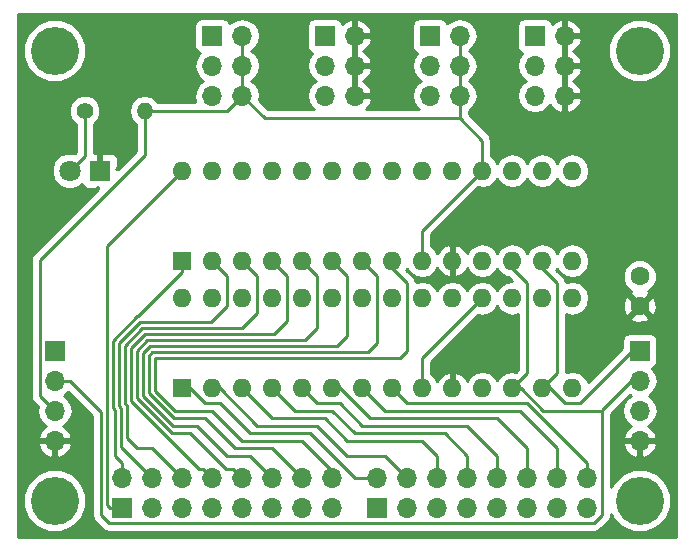
<source format=gtl>
G04 #@! TF.FileFunction,Copper,L1,Top,Signal*
%FSLAX46Y46*%
G04 Gerber Fmt 4.6, Leading zero omitted, Abs format (unit mm)*
G04 Created by KiCad (PCBNEW 4.0.6-e0-6349~53~ubuntu14.04.1) date Wed May 31 17:07:56 2017*
%MOMM*%
%LPD*%
G01*
G04 APERTURE LIST*
%ADD10C,0.100000*%
%ADD11C,1.400000*%
%ADD12O,1.400000X1.400000*%
%ADD13R,1.800000X1.800000*%
%ADD14C,1.800000*%
%ADD15C,4.064000*%
%ADD16R,1.600000X1.600000*%
%ADD17O,1.600000X1.600000*%
%ADD18C,1.600000*%
%ADD19R,1.700000X1.700000*%
%ADD20O,1.700000X1.700000*%
%ADD21C,0.254000*%
G04 APERTURE END LIST*
D10*
D11*
X180340000Y-132080000D03*
D12*
X185420000Y-132080000D03*
D13*
X181610000Y-137160000D03*
D14*
X179070000Y-137160000D03*
D15*
X177800000Y-127000000D03*
X227330000Y-127000000D03*
X227330000Y-165100000D03*
D16*
X188595000Y-155575000D03*
D17*
X221615000Y-147955000D03*
X191135000Y-155575000D03*
X219075000Y-147955000D03*
X193675000Y-155575000D03*
X216535000Y-147955000D03*
X196215000Y-155575000D03*
X213995000Y-147955000D03*
X198755000Y-155575000D03*
X211455000Y-147955000D03*
X201295000Y-155575000D03*
X208915000Y-147955000D03*
X203835000Y-155575000D03*
X206375000Y-147955000D03*
X206375000Y-155575000D03*
X203835000Y-147955000D03*
X208915000Y-155575000D03*
X201295000Y-147955000D03*
X211455000Y-155575000D03*
X198755000Y-147955000D03*
X213995000Y-155575000D03*
X196215000Y-147955000D03*
X216535000Y-155575000D03*
X193675000Y-147955000D03*
X219075000Y-155575000D03*
X191135000Y-147955000D03*
X221615000Y-155575000D03*
X188595000Y-147955000D03*
D16*
X188595000Y-144780000D03*
D17*
X221615000Y-137160000D03*
X191135000Y-144780000D03*
X219075000Y-137160000D03*
X193675000Y-144780000D03*
X216535000Y-137160000D03*
X196215000Y-144780000D03*
X213995000Y-137160000D03*
X198755000Y-144780000D03*
X211455000Y-137160000D03*
X201295000Y-144780000D03*
X208915000Y-137160000D03*
X203835000Y-144780000D03*
X206375000Y-137160000D03*
X206375000Y-144780000D03*
X203835000Y-137160000D03*
X208915000Y-144780000D03*
X201295000Y-137160000D03*
X211455000Y-144780000D03*
X198755000Y-137160000D03*
X213995000Y-144780000D03*
X196215000Y-137160000D03*
X216535000Y-144780000D03*
X193675000Y-137160000D03*
X219075000Y-144780000D03*
X191135000Y-137160000D03*
X221615000Y-144780000D03*
X188595000Y-137160000D03*
D18*
X227330000Y-148590000D03*
X227330000Y-146090000D03*
D15*
X177800000Y-165100000D03*
D19*
X218440000Y-125730000D03*
D20*
X220980000Y-125730000D03*
X218440000Y-128270000D03*
X220980000Y-128270000D03*
X218440000Y-130810000D03*
X220980000Y-130810000D03*
D19*
X209550000Y-125730000D03*
D20*
X212090000Y-125730000D03*
X209550000Y-128270000D03*
X212090000Y-128270000D03*
X209550000Y-130810000D03*
X212090000Y-130810000D03*
D19*
X205105000Y-165735000D03*
D20*
X205105000Y-163195000D03*
X207645000Y-165735000D03*
X207645000Y-163195000D03*
X210185000Y-165735000D03*
X210185000Y-163195000D03*
X212725000Y-165735000D03*
X212725000Y-163195000D03*
X215265000Y-165735000D03*
X215265000Y-163195000D03*
X217805000Y-165735000D03*
X217805000Y-163195000D03*
X220345000Y-165735000D03*
X220345000Y-163195000D03*
X222885000Y-165735000D03*
X222885000Y-163195000D03*
D19*
X200660000Y-125730000D03*
D20*
X203200000Y-125730000D03*
X200660000Y-128270000D03*
X203200000Y-128270000D03*
X200660000Y-130810000D03*
X203200000Y-130810000D03*
D19*
X191135000Y-125730000D03*
D20*
X193675000Y-125730000D03*
X191135000Y-128270000D03*
X193675000Y-128270000D03*
X191135000Y-130810000D03*
X193675000Y-130810000D03*
D19*
X183515000Y-165735000D03*
D20*
X183515000Y-163195000D03*
X186055000Y-165735000D03*
X186055000Y-163195000D03*
X188595000Y-165735000D03*
X188595000Y-163195000D03*
X191135000Y-165735000D03*
X191135000Y-163195000D03*
X193675000Y-165735000D03*
X193675000Y-163195000D03*
X196215000Y-165735000D03*
X196215000Y-163195000D03*
X198755000Y-165735000D03*
X198755000Y-163195000D03*
X201295000Y-165735000D03*
X201295000Y-163195000D03*
D19*
X227330000Y-152400000D03*
D20*
X227330000Y-154940000D03*
X227330000Y-157480000D03*
X227330000Y-160020000D03*
D19*
X177800000Y-152400000D03*
D20*
X177800000Y-154940000D03*
X177800000Y-157480000D03*
X177800000Y-160020000D03*
D21*
X176530000Y-147201558D02*
X176530000Y-148590000D01*
X176530000Y-148590000D02*
X176530000Y-156210000D01*
X185420000Y-132080000D02*
X185420000Y-135835802D01*
X185420000Y-135835802D02*
X176530000Y-144725802D01*
X176530000Y-144725802D02*
X176530000Y-148590000D01*
X193675000Y-130810000D02*
X192405000Y-132080000D01*
X192405000Y-132080000D02*
X185420000Y-132080000D01*
X176950001Y-156630001D02*
X177800000Y-157480000D01*
X176530000Y-156210000D02*
X176950001Y-156630001D01*
X193675000Y-130810000D02*
X193183678Y-130810000D01*
X185420000Y-132080000D02*
X185423360Y-132080000D01*
X212090000Y-130810000D02*
X212090000Y-132715000D01*
X212090000Y-125730000D02*
X212090000Y-128270000D01*
X193675000Y-125730000D02*
X193675000Y-128270000D01*
X212090000Y-132715000D02*
X195580000Y-132715000D01*
X195580000Y-132715000D02*
X193675000Y-130810000D01*
X212090000Y-125730000D02*
X212090000Y-132715000D01*
X212090000Y-132715000D02*
X213995000Y-134620000D01*
X193675000Y-125730000D02*
X193675000Y-126932081D01*
X193675000Y-126932081D02*
X193675000Y-130810000D01*
X208915000Y-144780000D02*
X208915000Y-142240000D01*
X208915000Y-142240000D02*
X213995000Y-137160000D01*
X213995000Y-137160000D02*
X213995000Y-134620000D01*
X208915000Y-155575000D02*
X208915000Y-153035000D01*
X208915000Y-153035000D02*
X213995000Y-147955000D01*
X191135000Y-155575000D02*
X191770000Y-155575000D01*
X205740000Y-161290000D02*
X207645000Y-163195000D01*
X202565000Y-161290000D02*
X205740000Y-161290000D01*
X200025000Y-158750000D02*
X202565000Y-161290000D01*
X194945000Y-158750000D02*
X200025000Y-158750000D01*
X191770000Y-155575000D02*
X194945000Y-158750000D01*
X210185000Y-163195000D02*
X210185000Y-161290000D01*
X196215000Y-158115000D02*
X193675000Y-155575000D01*
X200660000Y-158115000D02*
X196215000Y-158115000D01*
X202565000Y-160020000D02*
X200660000Y-158115000D01*
X208915000Y-160020000D02*
X202565000Y-160020000D01*
X210185000Y-161290000D02*
X208915000Y-160020000D01*
X196215000Y-155575000D02*
X198120000Y-157480000D01*
X212725000Y-161290000D02*
X212725000Y-163195000D01*
X210820000Y-159385000D02*
X212725000Y-161290000D01*
X203200000Y-159385000D02*
X210820000Y-159385000D01*
X201295000Y-157480000D02*
X203200000Y-159385000D01*
X198120000Y-157480000D02*
X201295000Y-157480000D01*
X203835000Y-158750000D02*
X212725000Y-158750000D01*
X198755000Y-155575000D02*
X200025000Y-156845000D01*
X215265000Y-161290000D02*
X215265000Y-163195000D01*
X212725000Y-158750000D02*
X215265000Y-161290000D01*
X201930000Y-156845000D02*
X203835000Y-158750000D01*
X200025000Y-156845000D02*
X201930000Y-156845000D01*
X217805000Y-160655000D02*
X217805000Y-163195000D01*
X201295000Y-155575000D02*
X201930000Y-155575000D01*
X215265000Y-158115000D02*
X217805000Y-160655000D01*
X204470000Y-158115000D02*
X215265000Y-158115000D01*
X201930000Y-155575000D02*
X204470000Y-158115000D01*
X203835000Y-155575000D02*
X205740000Y-157480000D01*
X220345000Y-160655000D02*
X220345000Y-163195000D01*
X217170000Y-157480000D02*
X220345000Y-160655000D01*
X205740000Y-157480000D02*
X217170000Y-157480000D01*
X222885000Y-163195000D02*
X222885000Y-161925000D01*
X207645000Y-156845000D02*
X206375000Y-155575000D01*
X217805000Y-156845000D02*
X207645000Y-156845000D01*
X222885000Y-161925000D02*
X217805000Y-156845000D01*
X179070000Y-154940000D02*
X178308010Y-154940000D01*
X227330000Y-154940000D02*
X226619280Y-154940000D01*
X224155000Y-157404280D02*
X224155000Y-157480000D01*
X226619280Y-154940000D02*
X224155000Y-157404280D01*
X179070000Y-154940000D02*
X181711949Y-157581949D01*
X182360199Y-166966001D02*
X223475881Y-166966001D01*
X181711949Y-157581949D02*
X181711949Y-166317751D01*
X181711949Y-166317751D02*
X182360199Y-166966001D01*
X223475881Y-166966001D02*
X224155000Y-166286882D01*
X224155000Y-166286882D02*
X224155000Y-157480000D01*
X216535000Y-155575000D02*
X217253424Y-155575000D01*
X219158424Y-157480000D02*
X224155000Y-157480000D01*
X217253424Y-155575000D02*
X219158424Y-157480000D01*
X216535000Y-144780000D02*
X216535000Y-145415000D01*
X217805000Y-154305000D02*
X216535000Y-155575000D01*
X217805000Y-146685000D02*
X217805000Y-154305000D01*
X216535000Y-145415000D02*
X217805000Y-146685000D01*
X227330000Y-152400000D02*
X226695000Y-152400000D01*
X219710000Y-155575000D02*
X219075000Y-155575000D01*
X226695000Y-152400000D02*
X222250000Y-156845000D01*
X222250000Y-156845000D02*
X220980000Y-156845000D01*
X220980000Y-156845000D02*
X219710000Y-155575000D01*
X219075000Y-144780000D02*
X219075000Y-145415000D01*
X220345000Y-154305000D02*
X219075000Y-155575000D01*
X220345000Y-146685000D02*
X220345000Y-154305000D01*
X219075000Y-145415000D02*
X220345000Y-146685000D01*
X188595000Y-155575000D02*
X189230000Y-155575000D01*
X203200000Y-163195000D02*
X205105000Y-163195000D01*
X199390000Y-159385000D02*
X203200000Y-163195000D01*
X194310000Y-159385000D02*
X199390000Y-159385000D01*
X191770000Y-156845000D02*
X194310000Y-159385000D01*
X190500000Y-156845000D02*
X191770000Y-156845000D01*
X189230000Y-155575000D02*
X190500000Y-156845000D01*
X183425647Y-160565647D02*
X183425647Y-157256256D01*
X185021492Y-149970902D02*
X191024098Y-149970902D01*
X192405000Y-148590000D02*
X192405000Y-146050000D01*
X183235981Y-151756413D02*
X185021492Y-149970902D01*
X183235980Y-156847480D02*
X183235981Y-151756413D01*
X191024098Y-149970902D02*
X192405000Y-148590000D01*
X191833499Y-145478499D02*
X191135000Y-144780000D01*
X192405000Y-146050000D02*
X191833499Y-145478499D01*
X186055000Y-163195000D02*
X183425647Y-160565647D01*
X183425647Y-157256256D02*
X183235979Y-157066587D01*
X183235979Y-157066587D02*
X183235980Y-156847480D01*
X194945000Y-149225000D02*
X194945000Y-146050000D01*
X194373499Y-145478499D02*
X193675000Y-144780000D01*
X185231917Y-150478913D02*
X193691087Y-150478913D01*
X186055000Y-160655000D02*
X184785000Y-160655000D01*
X183743991Y-151966839D02*
X185231917Y-150478913D01*
X183743990Y-156856164D02*
X183743991Y-151966839D01*
X183933657Y-157045833D02*
X183743990Y-156856164D01*
X184785000Y-160655000D02*
X183933657Y-159803657D01*
X183933657Y-159803657D02*
X183933657Y-157045833D01*
X188595000Y-163195000D02*
X186055000Y-160655000D01*
X194945000Y-146050000D02*
X194373499Y-145478499D01*
X193691087Y-150478913D02*
X194945000Y-149225000D01*
X197485000Y-146050000D02*
X196913499Y-145478499D01*
X191135000Y-163195000D02*
X190373001Y-162433001D01*
X196358076Y-150986924D02*
X197485000Y-149860000D01*
X184252001Y-152177265D02*
X185442342Y-150986924D01*
X197485000Y-149860000D02*
X197485000Y-146050000D01*
X185442342Y-150986924D02*
X196358076Y-150986924D01*
X190373001Y-162433001D02*
X190039261Y-162433001D01*
X196913499Y-145478499D02*
X196215000Y-144780000D01*
X184252000Y-156645740D02*
X184252001Y-152177265D01*
X190039261Y-162433001D02*
X184252000Y-156645740D01*
X187709694Y-159385000D02*
X184760010Y-156435316D01*
X199025065Y-151494935D02*
X200025000Y-150495000D01*
X189230000Y-159385000D02*
X187709694Y-159385000D01*
X200025000Y-146050000D02*
X199453499Y-145478499D01*
X185652767Y-151494935D02*
X199025065Y-151494935D01*
X192278001Y-162433001D02*
X189230000Y-159385000D01*
X193675000Y-163195000D02*
X192913001Y-162433001D01*
X192913001Y-162433001D02*
X192278001Y-162433001D01*
X184760011Y-152387691D02*
X185652767Y-151494935D01*
X199453499Y-145478499D02*
X198755000Y-144780000D01*
X184760010Y-156435316D02*
X184760011Y-152387691D01*
X200025000Y-150495000D02*
X200025000Y-146050000D01*
X185863192Y-152002946D02*
X201692054Y-152002946D01*
X201993499Y-145478499D02*
X201295000Y-144780000D01*
X202565000Y-151130000D02*
X202565000Y-146050000D01*
X192405000Y-161290000D02*
X189865000Y-158750000D01*
X202565000Y-146050000D02*
X201993499Y-145478499D01*
X185268020Y-156224892D02*
X185268021Y-152598117D01*
X201692054Y-152002946D02*
X202565000Y-151130000D01*
X194310000Y-161290000D02*
X192405000Y-161290000D01*
X187793128Y-158750000D02*
X185268020Y-156224892D01*
X196215000Y-163195000D02*
X194310000Y-161290000D01*
X189865000Y-158750000D02*
X187793128Y-158750000D01*
X185268021Y-152598117D02*
X185863192Y-152002946D01*
X185776031Y-156014467D02*
X185776031Y-152808543D01*
X185776031Y-152808543D02*
X186073617Y-152510957D01*
X186073617Y-152510957D02*
X204359043Y-152510957D01*
X187876564Y-158115000D02*
X185776031Y-156014467D01*
X190500000Y-158115000D02*
X187876564Y-158115000D01*
X198755000Y-163195000D02*
X196215000Y-160655000D01*
X193040000Y-160655000D02*
X190500000Y-158115000D01*
X196215000Y-160655000D02*
X193040000Y-160655000D01*
X205105000Y-146050000D02*
X204533499Y-145478499D01*
X205105000Y-151765000D02*
X205105000Y-146050000D01*
X204533499Y-145478499D02*
X203835000Y-144780000D01*
X204359043Y-152510957D02*
X205105000Y-151765000D01*
X201295000Y-163195000D02*
X201295000Y-162560000D01*
X201295000Y-162560000D02*
X198755000Y-160020000D01*
X207645000Y-152400000D02*
X207645000Y-146685000D01*
X198755000Y-160020000D02*
X193675000Y-160020000D01*
X207645000Y-146685000D02*
X206375000Y-145415000D01*
X187960000Y-157480000D02*
X186284042Y-155804042D01*
X186284042Y-153018968D02*
X207026032Y-153018968D01*
X207026032Y-153018968D02*
X207645000Y-152400000D01*
X193675000Y-160020000D02*
X191135000Y-157480000D01*
X191135000Y-157480000D02*
X187960000Y-157480000D01*
X186284042Y-155804042D02*
X186284042Y-153018968D01*
X206375000Y-145415000D02*
X206375000Y-144780000D01*
X182727970Y-156637054D02*
X182727971Y-151545987D01*
X188595000Y-145732500D02*
X188595000Y-144780000D01*
X184811067Y-149462891D02*
X184864609Y-149462891D01*
X184864609Y-149462891D02*
X188595000Y-145732500D01*
X182880000Y-157429044D02*
X182727969Y-157277009D01*
X182880000Y-161290000D02*
X182880000Y-157429044D01*
X183515000Y-161925000D02*
X182880000Y-161290000D01*
X183515000Y-163195000D02*
X183515000Y-161925000D01*
X182727969Y-157277009D02*
X182727970Y-156637054D01*
X182727971Y-151545987D02*
X184811067Y-149462891D01*
X188595000Y-137160000D02*
X188589285Y-137160000D01*
X182219959Y-165455959D02*
X182499000Y-165735000D01*
X188589285Y-137160000D02*
X182219959Y-143529326D01*
X182219959Y-143529326D02*
X182219959Y-165455959D01*
X182499000Y-165735000D02*
X183515000Y-165735000D01*
X180340000Y-132080000D02*
X180340000Y-135890000D01*
X180340000Y-135890000D02*
X179070000Y-137160000D01*
G36*
X230430000Y-168200000D02*
X174700000Y-168200000D01*
X174700000Y-165628172D01*
X175132538Y-165628172D01*
X175537709Y-166608761D01*
X176287293Y-167359655D01*
X177267173Y-167766536D01*
X178328172Y-167767462D01*
X179308761Y-167362291D01*
X180059655Y-166612707D01*
X180466536Y-165632827D01*
X180467462Y-164571828D01*
X180062291Y-163591239D01*
X179312707Y-162840345D01*
X178332827Y-162433464D01*
X177271828Y-162432538D01*
X176291239Y-162837709D01*
X175540345Y-163587293D01*
X175133464Y-164567173D01*
X175132538Y-165628172D01*
X174700000Y-165628172D01*
X174700000Y-160376890D01*
X176358524Y-160376890D01*
X176528355Y-160786924D01*
X176918642Y-161215183D01*
X177443108Y-161461486D01*
X177673000Y-161340819D01*
X177673000Y-160147000D01*
X177927000Y-160147000D01*
X177927000Y-161340819D01*
X178156892Y-161461486D01*
X178681358Y-161215183D01*
X179071645Y-160786924D01*
X179241476Y-160376890D01*
X179120155Y-160147000D01*
X177927000Y-160147000D01*
X177673000Y-160147000D01*
X176479845Y-160147000D01*
X176358524Y-160376890D01*
X174700000Y-160376890D01*
X174700000Y-144725802D01*
X175768000Y-144725802D01*
X175768000Y-156210000D01*
X175826004Y-156501605D01*
X175970222Y-156717442D01*
X175991185Y-156748815D01*
X176358321Y-157115951D01*
X176285907Y-157480000D01*
X176398946Y-158048285D01*
X176720853Y-158530054D01*
X177061553Y-158757702D01*
X176918642Y-158824817D01*
X176528355Y-159253076D01*
X176358524Y-159663110D01*
X176479845Y-159893000D01*
X177673000Y-159893000D01*
X177673000Y-159873000D01*
X177927000Y-159873000D01*
X177927000Y-159893000D01*
X179120155Y-159893000D01*
X179241476Y-159663110D01*
X179071645Y-159253076D01*
X178681358Y-158824817D01*
X178538447Y-158757702D01*
X178879147Y-158530054D01*
X179201054Y-158048285D01*
X179314093Y-157480000D01*
X179201054Y-156911715D01*
X178879147Y-156429946D01*
X178549974Y-156210000D01*
X178879147Y-155990054D01*
X178944547Y-155892177D01*
X180949949Y-157897579D01*
X180949949Y-166317751D01*
X181007953Y-166609356D01*
X181148913Y-166820317D01*
X181173134Y-166856566D01*
X181821384Y-167504816D01*
X182068594Y-167669997D01*
X182360199Y-167728001D01*
X223475881Y-167728001D01*
X223767486Y-167669997D01*
X224014696Y-167504816D01*
X224693815Y-166825698D01*
X224858996Y-166578487D01*
X224886742Y-166438997D01*
X224917000Y-166286882D01*
X224917000Y-166244017D01*
X225067709Y-166608761D01*
X225817293Y-167359655D01*
X226797173Y-167766536D01*
X227858172Y-167767462D01*
X228838761Y-167362291D01*
X229589655Y-166612707D01*
X229996536Y-165632827D01*
X229997462Y-164571828D01*
X229592291Y-163591239D01*
X228842707Y-162840345D01*
X227862827Y-162433464D01*
X226801828Y-162432538D01*
X225821239Y-162837709D01*
X225070345Y-163587293D01*
X224917000Y-163956589D01*
X224917000Y-160376890D01*
X225888524Y-160376890D01*
X226058355Y-160786924D01*
X226448642Y-161215183D01*
X226973108Y-161461486D01*
X227203000Y-161340819D01*
X227203000Y-160147000D01*
X227457000Y-160147000D01*
X227457000Y-161340819D01*
X227686892Y-161461486D01*
X228211358Y-161215183D01*
X228601645Y-160786924D01*
X228771476Y-160376890D01*
X228650155Y-160147000D01*
X227457000Y-160147000D01*
X227203000Y-160147000D01*
X226009845Y-160147000D01*
X225888524Y-160376890D01*
X224917000Y-160376890D01*
X224917000Y-157719910D01*
X226488240Y-156148671D01*
X226580026Y-156210000D01*
X226250853Y-156429946D01*
X225928946Y-156911715D01*
X225815907Y-157480000D01*
X225928946Y-158048285D01*
X226250853Y-158530054D01*
X226591553Y-158757702D01*
X226448642Y-158824817D01*
X226058355Y-159253076D01*
X225888524Y-159663110D01*
X226009845Y-159893000D01*
X227203000Y-159893000D01*
X227203000Y-159873000D01*
X227457000Y-159873000D01*
X227457000Y-159893000D01*
X228650155Y-159893000D01*
X228771476Y-159663110D01*
X228601645Y-159253076D01*
X228211358Y-158824817D01*
X228068447Y-158757702D01*
X228409147Y-158530054D01*
X228731054Y-158048285D01*
X228844093Y-157480000D01*
X228731054Y-156911715D01*
X228409147Y-156429946D01*
X228079974Y-156210000D01*
X228409147Y-155990054D01*
X228731054Y-155508285D01*
X228844093Y-154940000D01*
X228731054Y-154371715D01*
X228409147Y-153889946D01*
X228367548Y-153862150D01*
X228415317Y-153853162D01*
X228631441Y-153714090D01*
X228776431Y-153501890D01*
X228827440Y-153250000D01*
X228827440Y-151550000D01*
X228783162Y-151314683D01*
X228644090Y-151098559D01*
X228431890Y-150953569D01*
X228180000Y-150902560D01*
X226480000Y-150902560D01*
X226244683Y-150946838D01*
X226028559Y-151085910D01*
X225883569Y-151298110D01*
X225832560Y-151550000D01*
X225832560Y-152184809D01*
X222953852Y-155063518D01*
X222940767Y-154997736D01*
X222629698Y-154532189D01*
X222164151Y-154221120D01*
X221615000Y-154111887D01*
X221107000Y-154212935D01*
X221107000Y-149597745D01*
X226501861Y-149597745D01*
X226575995Y-149843864D01*
X227113223Y-150036965D01*
X227683454Y-150009778D01*
X228084005Y-149843864D01*
X228158139Y-149597745D01*
X227330000Y-148769605D01*
X226501861Y-149597745D01*
X221107000Y-149597745D01*
X221107000Y-149317065D01*
X221615000Y-149418113D01*
X222164151Y-149308880D01*
X222629698Y-148997811D01*
X222940767Y-148532264D01*
X222972402Y-148373223D01*
X225883035Y-148373223D01*
X225910222Y-148943454D01*
X226076136Y-149344005D01*
X226322255Y-149418139D01*
X227150395Y-148590000D01*
X227509605Y-148590000D01*
X228337745Y-149418139D01*
X228583864Y-149344005D01*
X228776965Y-148806777D01*
X228749778Y-148236546D01*
X228583864Y-147835995D01*
X228337745Y-147761861D01*
X227509605Y-148590000D01*
X227150395Y-148590000D01*
X226322255Y-147761861D01*
X226076136Y-147835995D01*
X225883035Y-148373223D01*
X222972402Y-148373223D01*
X223050000Y-147983113D01*
X223050000Y-147926887D01*
X222940767Y-147377736D01*
X222629698Y-146912189D01*
X222164151Y-146601120D01*
X221615000Y-146491887D01*
X221089384Y-146596439D01*
X221048996Y-146393395D01*
X221036162Y-146374187D01*
X225894752Y-146374187D01*
X226112757Y-146901800D01*
X226516077Y-147305824D01*
X226582544Y-147333423D01*
X226575995Y-147336136D01*
X226501861Y-147582255D01*
X227330000Y-148410395D01*
X228158139Y-147582255D01*
X228084005Y-147336136D01*
X228077517Y-147333804D01*
X228141800Y-147307243D01*
X228545824Y-146903923D01*
X228764750Y-146376691D01*
X228765248Y-145805813D01*
X228547243Y-145278200D01*
X228143923Y-144874176D01*
X227616691Y-144655250D01*
X227045813Y-144654752D01*
X226518200Y-144872757D01*
X226114176Y-145276077D01*
X225895250Y-145803309D01*
X225894752Y-146374187D01*
X221036162Y-146374187D01*
X221014390Y-146341604D01*
X220883815Y-146146184D01*
X220278252Y-145540621D01*
X220345000Y-145440725D01*
X220600302Y-145822811D01*
X221065849Y-146133880D01*
X221615000Y-146243113D01*
X222164151Y-146133880D01*
X222629698Y-145822811D01*
X222940767Y-145357264D01*
X223050000Y-144808113D01*
X223050000Y-144751887D01*
X222940767Y-144202736D01*
X222629698Y-143737189D01*
X222164151Y-143426120D01*
X221615000Y-143316887D01*
X221065849Y-143426120D01*
X220600302Y-143737189D01*
X220345000Y-144119275D01*
X220089698Y-143737189D01*
X219624151Y-143426120D01*
X219075000Y-143316887D01*
X218525849Y-143426120D01*
X218060302Y-143737189D01*
X217805000Y-144119275D01*
X217549698Y-143737189D01*
X217084151Y-143426120D01*
X216535000Y-143316887D01*
X215985849Y-143426120D01*
X215520302Y-143737189D01*
X215265000Y-144119275D01*
X215009698Y-143737189D01*
X214544151Y-143426120D01*
X213995000Y-143316887D01*
X213445849Y-143426120D01*
X212980302Y-143737189D01*
X212710014Y-144141703D01*
X212607389Y-143924866D01*
X212192423Y-143548959D01*
X211804039Y-143388096D01*
X211582000Y-143510085D01*
X211582000Y-144653000D01*
X211602000Y-144653000D01*
X211602000Y-144907000D01*
X211582000Y-144907000D01*
X211582000Y-146049915D01*
X211804039Y-146171904D01*
X212192423Y-146011041D01*
X212607389Y-145635134D01*
X212710014Y-145418297D01*
X212980302Y-145822811D01*
X213445849Y-146133880D01*
X213995000Y-146243113D01*
X214544151Y-146133880D01*
X215009698Y-145822811D01*
X215265000Y-145440725D01*
X215520302Y-145822811D01*
X215985849Y-146133880D01*
X216223527Y-146181157D01*
X216534380Y-146492010D01*
X215985849Y-146601120D01*
X215520302Y-146912189D01*
X215265000Y-147294275D01*
X215009698Y-146912189D01*
X214544151Y-146601120D01*
X213995000Y-146491887D01*
X213445849Y-146601120D01*
X212980302Y-146912189D01*
X212725000Y-147294275D01*
X212469698Y-146912189D01*
X212004151Y-146601120D01*
X211455000Y-146491887D01*
X210905849Y-146601120D01*
X210440302Y-146912189D01*
X210185000Y-147294275D01*
X209929698Y-146912189D01*
X209464151Y-146601120D01*
X208915000Y-146491887D01*
X208389384Y-146596439D01*
X208348996Y-146393395D01*
X208314390Y-146341604D01*
X208183815Y-146146184D01*
X207578252Y-145540621D01*
X207645000Y-145440725D01*
X207900302Y-145822811D01*
X208365849Y-146133880D01*
X208915000Y-146243113D01*
X209464151Y-146133880D01*
X209929698Y-145822811D01*
X210199986Y-145418297D01*
X210302611Y-145635134D01*
X210717577Y-146011041D01*
X211105961Y-146171904D01*
X211328000Y-146049915D01*
X211328000Y-144907000D01*
X211308000Y-144907000D01*
X211308000Y-144653000D01*
X211328000Y-144653000D01*
X211328000Y-143510085D01*
X211105961Y-143388096D01*
X210717577Y-143548959D01*
X210302611Y-143924866D01*
X210199986Y-144141703D01*
X209929698Y-143737189D01*
X209677000Y-143568341D01*
X209677000Y-142555630D01*
X213673473Y-138559157D01*
X213995000Y-138623113D01*
X214544151Y-138513880D01*
X215009698Y-138202811D01*
X215265000Y-137820725D01*
X215520302Y-138202811D01*
X215985849Y-138513880D01*
X216535000Y-138623113D01*
X217084151Y-138513880D01*
X217549698Y-138202811D01*
X217805000Y-137820725D01*
X218060302Y-138202811D01*
X218525849Y-138513880D01*
X219075000Y-138623113D01*
X219624151Y-138513880D01*
X220089698Y-138202811D01*
X220345000Y-137820725D01*
X220600302Y-138202811D01*
X221065849Y-138513880D01*
X221615000Y-138623113D01*
X222164151Y-138513880D01*
X222629698Y-138202811D01*
X222940767Y-137737264D01*
X223050000Y-137188113D01*
X223050000Y-137131887D01*
X222940767Y-136582736D01*
X222629698Y-136117189D01*
X222164151Y-135806120D01*
X221615000Y-135696887D01*
X221065849Y-135806120D01*
X220600302Y-136117189D01*
X220345000Y-136499275D01*
X220089698Y-136117189D01*
X219624151Y-135806120D01*
X219075000Y-135696887D01*
X218525849Y-135806120D01*
X218060302Y-136117189D01*
X217805000Y-136499275D01*
X217549698Y-136117189D01*
X217084151Y-135806120D01*
X216535000Y-135696887D01*
X215985849Y-135806120D01*
X215520302Y-136117189D01*
X215265000Y-136499275D01*
X215009698Y-136117189D01*
X214757000Y-135948341D01*
X214757000Y-134620000D01*
X214698996Y-134328395D01*
X214533815Y-134081185D01*
X212852000Y-132399370D01*
X212852000Y-132071964D01*
X213169147Y-131860054D01*
X213491054Y-131378285D01*
X213604093Y-130810000D01*
X213491054Y-130241715D01*
X213169147Y-129759946D01*
X212852000Y-129548036D01*
X212852000Y-129531964D01*
X213169147Y-129320054D01*
X213491054Y-128838285D01*
X213604093Y-128270000D01*
X216925907Y-128270000D01*
X217038946Y-128838285D01*
X217360853Y-129320054D01*
X217690026Y-129540000D01*
X217360853Y-129759946D01*
X217038946Y-130241715D01*
X216925907Y-130810000D01*
X217038946Y-131378285D01*
X217360853Y-131860054D01*
X217842622Y-132181961D01*
X218410907Y-132295000D01*
X218469093Y-132295000D01*
X219037378Y-132181961D01*
X219519147Y-131860054D01*
X219708345Y-131576899D01*
X219708355Y-131576924D01*
X220098642Y-132005183D01*
X220623108Y-132251486D01*
X220853000Y-132130819D01*
X220853000Y-130937000D01*
X221107000Y-130937000D01*
X221107000Y-132130819D01*
X221336892Y-132251486D01*
X221861358Y-132005183D01*
X222251645Y-131576924D01*
X222421476Y-131166890D01*
X222300155Y-130937000D01*
X221107000Y-130937000D01*
X220853000Y-130937000D01*
X220833000Y-130937000D01*
X220833000Y-130683000D01*
X220853000Y-130683000D01*
X220853000Y-128397000D01*
X221107000Y-128397000D01*
X221107000Y-130683000D01*
X222300155Y-130683000D01*
X222421476Y-130453110D01*
X222251645Y-130043076D01*
X221861358Y-129614817D01*
X221702046Y-129540000D01*
X221861358Y-129465183D01*
X222251645Y-129036924D01*
X222421476Y-128626890D01*
X222300155Y-128397000D01*
X221107000Y-128397000D01*
X220853000Y-128397000D01*
X220833000Y-128397000D01*
X220833000Y-128143000D01*
X220853000Y-128143000D01*
X220853000Y-125857000D01*
X221107000Y-125857000D01*
X221107000Y-128143000D01*
X222300155Y-128143000D01*
X222421476Y-127913110D01*
X222262040Y-127528172D01*
X224662538Y-127528172D01*
X225067709Y-128508761D01*
X225817293Y-129259655D01*
X226797173Y-129666536D01*
X227858172Y-129667462D01*
X228838761Y-129262291D01*
X229589655Y-128512707D01*
X229996536Y-127532827D01*
X229997462Y-126471828D01*
X229592291Y-125491239D01*
X228842707Y-124740345D01*
X227862827Y-124333464D01*
X226801828Y-124332538D01*
X225821239Y-124737709D01*
X225070345Y-125487293D01*
X224663464Y-126467173D01*
X224662538Y-127528172D01*
X222262040Y-127528172D01*
X222251645Y-127503076D01*
X221861358Y-127074817D01*
X221702046Y-127000000D01*
X221861358Y-126925183D01*
X222251645Y-126496924D01*
X222421476Y-126086890D01*
X222300155Y-125857000D01*
X221107000Y-125857000D01*
X220853000Y-125857000D01*
X220833000Y-125857000D01*
X220833000Y-125603000D01*
X220853000Y-125603000D01*
X220853000Y-124409181D01*
X221107000Y-124409181D01*
X221107000Y-125603000D01*
X222300155Y-125603000D01*
X222421476Y-125373110D01*
X222251645Y-124963076D01*
X221861358Y-124534817D01*
X221336892Y-124288514D01*
X221107000Y-124409181D01*
X220853000Y-124409181D01*
X220623108Y-124288514D01*
X220098642Y-124534817D01*
X219911192Y-124740504D01*
X219893162Y-124644683D01*
X219754090Y-124428559D01*
X219541890Y-124283569D01*
X219290000Y-124232560D01*
X217590000Y-124232560D01*
X217354683Y-124276838D01*
X217138559Y-124415910D01*
X216993569Y-124628110D01*
X216942560Y-124880000D01*
X216942560Y-126580000D01*
X216986838Y-126815317D01*
X217125910Y-127031441D01*
X217338110Y-127176431D01*
X217405541Y-127190086D01*
X217360853Y-127219946D01*
X217038946Y-127701715D01*
X216925907Y-128270000D01*
X213604093Y-128270000D01*
X213491054Y-127701715D01*
X213169147Y-127219946D01*
X212852000Y-127008036D01*
X212852000Y-126991964D01*
X213169147Y-126780054D01*
X213491054Y-126298285D01*
X213604093Y-125730000D01*
X213491054Y-125161715D01*
X213169147Y-124679946D01*
X212687378Y-124358039D01*
X212119093Y-124245000D01*
X212060907Y-124245000D01*
X211492622Y-124358039D01*
X211010853Y-124679946D01*
X211010029Y-124681179D01*
X211003162Y-124644683D01*
X210864090Y-124428559D01*
X210651890Y-124283569D01*
X210400000Y-124232560D01*
X208700000Y-124232560D01*
X208464683Y-124276838D01*
X208248559Y-124415910D01*
X208103569Y-124628110D01*
X208052560Y-124880000D01*
X208052560Y-126580000D01*
X208096838Y-126815317D01*
X208235910Y-127031441D01*
X208448110Y-127176431D01*
X208515541Y-127190086D01*
X208470853Y-127219946D01*
X208148946Y-127701715D01*
X208035907Y-128270000D01*
X208148946Y-128838285D01*
X208470853Y-129320054D01*
X208800026Y-129540000D01*
X208470853Y-129759946D01*
X208148946Y-130241715D01*
X208035907Y-130810000D01*
X208148946Y-131378285D01*
X208470853Y-131860054D01*
X208609957Y-131953000D01*
X204128914Y-131953000D01*
X204471645Y-131576924D01*
X204641476Y-131166890D01*
X204520155Y-130937000D01*
X203327000Y-130937000D01*
X203327000Y-130957000D01*
X203073000Y-130957000D01*
X203073000Y-130937000D01*
X203053000Y-130937000D01*
X203053000Y-130683000D01*
X203073000Y-130683000D01*
X203073000Y-128397000D01*
X203327000Y-128397000D01*
X203327000Y-130683000D01*
X204520155Y-130683000D01*
X204641476Y-130453110D01*
X204471645Y-130043076D01*
X204081358Y-129614817D01*
X203922046Y-129540000D01*
X204081358Y-129465183D01*
X204471645Y-129036924D01*
X204641476Y-128626890D01*
X204520155Y-128397000D01*
X203327000Y-128397000D01*
X203073000Y-128397000D01*
X203053000Y-128397000D01*
X203053000Y-128143000D01*
X203073000Y-128143000D01*
X203073000Y-125857000D01*
X203327000Y-125857000D01*
X203327000Y-128143000D01*
X204520155Y-128143000D01*
X204641476Y-127913110D01*
X204471645Y-127503076D01*
X204081358Y-127074817D01*
X203922046Y-127000000D01*
X204081358Y-126925183D01*
X204471645Y-126496924D01*
X204641476Y-126086890D01*
X204520155Y-125857000D01*
X203327000Y-125857000D01*
X203073000Y-125857000D01*
X203053000Y-125857000D01*
X203053000Y-125603000D01*
X203073000Y-125603000D01*
X203073000Y-124409181D01*
X203327000Y-124409181D01*
X203327000Y-125603000D01*
X204520155Y-125603000D01*
X204641476Y-125373110D01*
X204471645Y-124963076D01*
X204081358Y-124534817D01*
X203556892Y-124288514D01*
X203327000Y-124409181D01*
X203073000Y-124409181D01*
X202843108Y-124288514D01*
X202318642Y-124534817D01*
X202131192Y-124740504D01*
X202113162Y-124644683D01*
X201974090Y-124428559D01*
X201761890Y-124283569D01*
X201510000Y-124232560D01*
X199810000Y-124232560D01*
X199574683Y-124276838D01*
X199358559Y-124415910D01*
X199213569Y-124628110D01*
X199162560Y-124880000D01*
X199162560Y-126580000D01*
X199206838Y-126815317D01*
X199345910Y-127031441D01*
X199558110Y-127176431D01*
X199625541Y-127190086D01*
X199580853Y-127219946D01*
X199258946Y-127701715D01*
X199145907Y-128270000D01*
X199258946Y-128838285D01*
X199580853Y-129320054D01*
X199910026Y-129540000D01*
X199580853Y-129759946D01*
X199258946Y-130241715D01*
X199145907Y-130810000D01*
X199258946Y-131378285D01*
X199580853Y-131860054D01*
X199719957Y-131953000D01*
X195895630Y-131953000D01*
X195116679Y-131174049D01*
X195189093Y-130810000D01*
X195076054Y-130241715D01*
X194754147Y-129759946D01*
X194437000Y-129548036D01*
X194437000Y-129531964D01*
X194754147Y-129320054D01*
X195076054Y-128838285D01*
X195189093Y-128270000D01*
X195076054Y-127701715D01*
X194754147Y-127219946D01*
X194437000Y-127008036D01*
X194437000Y-126991964D01*
X194754147Y-126780054D01*
X195076054Y-126298285D01*
X195189093Y-125730000D01*
X195076054Y-125161715D01*
X194754147Y-124679946D01*
X194272378Y-124358039D01*
X193704093Y-124245000D01*
X193645907Y-124245000D01*
X193077622Y-124358039D01*
X192595853Y-124679946D01*
X192595029Y-124681179D01*
X192588162Y-124644683D01*
X192449090Y-124428559D01*
X192236890Y-124283569D01*
X191985000Y-124232560D01*
X190285000Y-124232560D01*
X190049683Y-124276838D01*
X189833559Y-124415910D01*
X189688569Y-124628110D01*
X189637560Y-124880000D01*
X189637560Y-126580000D01*
X189681838Y-126815317D01*
X189820910Y-127031441D01*
X190033110Y-127176431D01*
X190100541Y-127190086D01*
X190055853Y-127219946D01*
X189733946Y-127701715D01*
X189620907Y-128270000D01*
X189733946Y-128838285D01*
X190055853Y-129320054D01*
X190385026Y-129540000D01*
X190055853Y-129759946D01*
X189733946Y-130241715D01*
X189620907Y-130810000D01*
X189721955Y-131318000D01*
X186511742Y-131318000D01*
X186390142Y-131136012D01*
X185957036Y-130846621D01*
X185446154Y-130745000D01*
X185393846Y-130745000D01*
X184882964Y-130846621D01*
X184449858Y-131136012D01*
X184160467Y-131569118D01*
X184058846Y-132080000D01*
X184160467Y-132590882D01*
X184449858Y-133023988D01*
X184658000Y-133163063D01*
X184658000Y-135520171D01*
X183145000Y-137033171D01*
X183145000Y-137032998D01*
X182986252Y-137032998D01*
X183145000Y-136874250D01*
X183145000Y-136133690D01*
X183048327Y-135900301D01*
X182869698Y-135721673D01*
X182636309Y-135625000D01*
X181895750Y-135625000D01*
X181737000Y-135783750D01*
X181737000Y-137033000D01*
X181757000Y-137033000D01*
X181757000Y-137287000D01*
X181737000Y-137287000D01*
X181737000Y-137307000D01*
X181483000Y-137307000D01*
X181483000Y-137287000D01*
X181463000Y-137287000D01*
X181463000Y-137033000D01*
X181483000Y-137033000D01*
X181483000Y-135783750D01*
X181324250Y-135625000D01*
X181102000Y-135625000D01*
X181102000Y-133205659D01*
X181471098Y-132837204D01*
X181674768Y-132346713D01*
X181675231Y-131815617D01*
X181472418Y-131324771D01*
X181097204Y-130948902D01*
X180606713Y-130745232D01*
X180075617Y-130744769D01*
X179584771Y-130947582D01*
X179208902Y-131322796D01*
X179005232Y-131813287D01*
X179004769Y-132344383D01*
X179207582Y-132835229D01*
X179578000Y-133206294D01*
X179578000Y-135574369D01*
X179482965Y-135669404D01*
X179376670Y-135625267D01*
X178766009Y-135624735D01*
X178201629Y-135857932D01*
X177769449Y-136289357D01*
X177535267Y-136853330D01*
X177534735Y-137463991D01*
X177767932Y-138028371D01*
X178199357Y-138460551D01*
X178763330Y-138694733D01*
X179373991Y-138695265D01*
X179938371Y-138462068D01*
X180115841Y-138284908D01*
X180171673Y-138419699D01*
X180350302Y-138598327D01*
X180583691Y-138695000D01*
X181324250Y-138695000D01*
X181482998Y-138536252D01*
X181482998Y-138695000D01*
X181483171Y-138695000D01*
X175991185Y-144186987D01*
X175826004Y-144434197D01*
X175768000Y-144725802D01*
X174700000Y-144725802D01*
X174700000Y-127528172D01*
X175132538Y-127528172D01*
X175537709Y-128508761D01*
X176287293Y-129259655D01*
X177267173Y-129666536D01*
X178328172Y-129667462D01*
X179308761Y-129262291D01*
X180059655Y-128512707D01*
X180466536Y-127532827D01*
X180467462Y-126471828D01*
X180062291Y-125491239D01*
X179312707Y-124740345D01*
X178332827Y-124333464D01*
X177271828Y-124332538D01*
X176291239Y-124737709D01*
X175540345Y-125487293D01*
X175133464Y-126467173D01*
X175132538Y-127528172D01*
X174700000Y-127528172D01*
X174700000Y-123900000D01*
X230430000Y-123900000D01*
X230430000Y-168200000D01*
X230430000Y-168200000D01*
G37*
X230430000Y-168200000D02*
X174700000Y-168200000D01*
X174700000Y-165628172D01*
X175132538Y-165628172D01*
X175537709Y-166608761D01*
X176287293Y-167359655D01*
X177267173Y-167766536D01*
X178328172Y-167767462D01*
X179308761Y-167362291D01*
X180059655Y-166612707D01*
X180466536Y-165632827D01*
X180467462Y-164571828D01*
X180062291Y-163591239D01*
X179312707Y-162840345D01*
X178332827Y-162433464D01*
X177271828Y-162432538D01*
X176291239Y-162837709D01*
X175540345Y-163587293D01*
X175133464Y-164567173D01*
X175132538Y-165628172D01*
X174700000Y-165628172D01*
X174700000Y-160376890D01*
X176358524Y-160376890D01*
X176528355Y-160786924D01*
X176918642Y-161215183D01*
X177443108Y-161461486D01*
X177673000Y-161340819D01*
X177673000Y-160147000D01*
X177927000Y-160147000D01*
X177927000Y-161340819D01*
X178156892Y-161461486D01*
X178681358Y-161215183D01*
X179071645Y-160786924D01*
X179241476Y-160376890D01*
X179120155Y-160147000D01*
X177927000Y-160147000D01*
X177673000Y-160147000D01*
X176479845Y-160147000D01*
X176358524Y-160376890D01*
X174700000Y-160376890D01*
X174700000Y-144725802D01*
X175768000Y-144725802D01*
X175768000Y-156210000D01*
X175826004Y-156501605D01*
X175970222Y-156717442D01*
X175991185Y-156748815D01*
X176358321Y-157115951D01*
X176285907Y-157480000D01*
X176398946Y-158048285D01*
X176720853Y-158530054D01*
X177061553Y-158757702D01*
X176918642Y-158824817D01*
X176528355Y-159253076D01*
X176358524Y-159663110D01*
X176479845Y-159893000D01*
X177673000Y-159893000D01*
X177673000Y-159873000D01*
X177927000Y-159873000D01*
X177927000Y-159893000D01*
X179120155Y-159893000D01*
X179241476Y-159663110D01*
X179071645Y-159253076D01*
X178681358Y-158824817D01*
X178538447Y-158757702D01*
X178879147Y-158530054D01*
X179201054Y-158048285D01*
X179314093Y-157480000D01*
X179201054Y-156911715D01*
X178879147Y-156429946D01*
X178549974Y-156210000D01*
X178879147Y-155990054D01*
X178944547Y-155892177D01*
X180949949Y-157897579D01*
X180949949Y-166317751D01*
X181007953Y-166609356D01*
X181148913Y-166820317D01*
X181173134Y-166856566D01*
X181821384Y-167504816D01*
X182068594Y-167669997D01*
X182360199Y-167728001D01*
X223475881Y-167728001D01*
X223767486Y-167669997D01*
X224014696Y-167504816D01*
X224693815Y-166825698D01*
X224858996Y-166578487D01*
X224886742Y-166438997D01*
X224917000Y-166286882D01*
X224917000Y-166244017D01*
X225067709Y-166608761D01*
X225817293Y-167359655D01*
X226797173Y-167766536D01*
X227858172Y-167767462D01*
X228838761Y-167362291D01*
X229589655Y-166612707D01*
X229996536Y-165632827D01*
X229997462Y-164571828D01*
X229592291Y-163591239D01*
X228842707Y-162840345D01*
X227862827Y-162433464D01*
X226801828Y-162432538D01*
X225821239Y-162837709D01*
X225070345Y-163587293D01*
X224917000Y-163956589D01*
X224917000Y-160376890D01*
X225888524Y-160376890D01*
X226058355Y-160786924D01*
X226448642Y-161215183D01*
X226973108Y-161461486D01*
X227203000Y-161340819D01*
X227203000Y-160147000D01*
X227457000Y-160147000D01*
X227457000Y-161340819D01*
X227686892Y-161461486D01*
X228211358Y-161215183D01*
X228601645Y-160786924D01*
X228771476Y-160376890D01*
X228650155Y-160147000D01*
X227457000Y-160147000D01*
X227203000Y-160147000D01*
X226009845Y-160147000D01*
X225888524Y-160376890D01*
X224917000Y-160376890D01*
X224917000Y-157719910D01*
X226488240Y-156148671D01*
X226580026Y-156210000D01*
X226250853Y-156429946D01*
X225928946Y-156911715D01*
X225815907Y-157480000D01*
X225928946Y-158048285D01*
X226250853Y-158530054D01*
X226591553Y-158757702D01*
X226448642Y-158824817D01*
X226058355Y-159253076D01*
X225888524Y-159663110D01*
X226009845Y-159893000D01*
X227203000Y-159893000D01*
X227203000Y-159873000D01*
X227457000Y-159873000D01*
X227457000Y-159893000D01*
X228650155Y-159893000D01*
X228771476Y-159663110D01*
X228601645Y-159253076D01*
X228211358Y-158824817D01*
X228068447Y-158757702D01*
X228409147Y-158530054D01*
X228731054Y-158048285D01*
X228844093Y-157480000D01*
X228731054Y-156911715D01*
X228409147Y-156429946D01*
X228079974Y-156210000D01*
X228409147Y-155990054D01*
X228731054Y-155508285D01*
X228844093Y-154940000D01*
X228731054Y-154371715D01*
X228409147Y-153889946D01*
X228367548Y-153862150D01*
X228415317Y-153853162D01*
X228631441Y-153714090D01*
X228776431Y-153501890D01*
X228827440Y-153250000D01*
X228827440Y-151550000D01*
X228783162Y-151314683D01*
X228644090Y-151098559D01*
X228431890Y-150953569D01*
X228180000Y-150902560D01*
X226480000Y-150902560D01*
X226244683Y-150946838D01*
X226028559Y-151085910D01*
X225883569Y-151298110D01*
X225832560Y-151550000D01*
X225832560Y-152184809D01*
X222953852Y-155063518D01*
X222940767Y-154997736D01*
X222629698Y-154532189D01*
X222164151Y-154221120D01*
X221615000Y-154111887D01*
X221107000Y-154212935D01*
X221107000Y-149597745D01*
X226501861Y-149597745D01*
X226575995Y-149843864D01*
X227113223Y-150036965D01*
X227683454Y-150009778D01*
X228084005Y-149843864D01*
X228158139Y-149597745D01*
X227330000Y-148769605D01*
X226501861Y-149597745D01*
X221107000Y-149597745D01*
X221107000Y-149317065D01*
X221615000Y-149418113D01*
X222164151Y-149308880D01*
X222629698Y-148997811D01*
X222940767Y-148532264D01*
X222972402Y-148373223D01*
X225883035Y-148373223D01*
X225910222Y-148943454D01*
X226076136Y-149344005D01*
X226322255Y-149418139D01*
X227150395Y-148590000D01*
X227509605Y-148590000D01*
X228337745Y-149418139D01*
X228583864Y-149344005D01*
X228776965Y-148806777D01*
X228749778Y-148236546D01*
X228583864Y-147835995D01*
X228337745Y-147761861D01*
X227509605Y-148590000D01*
X227150395Y-148590000D01*
X226322255Y-147761861D01*
X226076136Y-147835995D01*
X225883035Y-148373223D01*
X222972402Y-148373223D01*
X223050000Y-147983113D01*
X223050000Y-147926887D01*
X222940767Y-147377736D01*
X222629698Y-146912189D01*
X222164151Y-146601120D01*
X221615000Y-146491887D01*
X221089384Y-146596439D01*
X221048996Y-146393395D01*
X221036162Y-146374187D01*
X225894752Y-146374187D01*
X226112757Y-146901800D01*
X226516077Y-147305824D01*
X226582544Y-147333423D01*
X226575995Y-147336136D01*
X226501861Y-147582255D01*
X227330000Y-148410395D01*
X228158139Y-147582255D01*
X228084005Y-147336136D01*
X228077517Y-147333804D01*
X228141800Y-147307243D01*
X228545824Y-146903923D01*
X228764750Y-146376691D01*
X228765248Y-145805813D01*
X228547243Y-145278200D01*
X228143923Y-144874176D01*
X227616691Y-144655250D01*
X227045813Y-144654752D01*
X226518200Y-144872757D01*
X226114176Y-145276077D01*
X225895250Y-145803309D01*
X225894752Y-146374187D01*
X221036162Y-146374187D01*
X221014390Y-146341604D01*
X220883815Y-146146184D01*
X220278252Y-145540621D01*
X220345000Y-145440725D01*
X220600302Y-145822811D01*
X221065849Y-146133880D01*
X221615000Y-146243113D01*
X222164151Y-146133880D01*
X222629698Y-145822811D01*
X222940767Y-145357264D01*
X223050000Y-144808113D01*
X223050000Y-144751887D01*
X222940767Y-144202736D01*
X222629698Y-143737189D01*
X222164151Y-143426120D01*
X221615000Y-143316887D01*
X221065849Y-143426120D01*
X220600302Y-143737189D01*
X220345000Y-144119275D01*
X220089698Y-143737189D01*
X219624151Y-143426120D01*
X219075000Y-143316887D01*
X218525849Y-143426120D01*
X218060302Y-143737189D01*
X217805000Y-144119275D01*
X217549698Y-143737189D01*
X217084151Y-143426120D01*
X216535000Y-143316887D01*
X215985849Y-143426120D01*
X215520302Y-143737189D01*
X215265000Y-144119275D01*
X215009698Y-143737189D01*
X214544151Y-143426120D01*
X213995000Y-143316887D01*
X213445849Y-143426120D01*
X212980302Y-143737189D01*
X212710014Y-144141703D01*
X212607389Y-143924866D01*
X212192423Y-143548959D01*
X211804039Y-143388096D01*
X211582000Y-143510085D01*
X211582000Y-144653000D01*
X211602000Y-144653000D01*
X211602000Y-144907000D01*
X211582000Y-144907000D01*
X211582000Y-146049915D01*
X211804039Y-146171904D01*
X212192423Y-146011041D01*
X212607389Y-145635134D01*
X212710014Y-145418297D01*
X212980302Y-145822811D01*
X213445849Y-146133880D01*
X213995000Y-146243113D01*
X214544151Y-146133880D01*
X215009698Y-145822811D01*
X215265000Y-145440725D01*
X215520302Y-145822811D01*
X215985849Y-146133880D01*
X216223527Y-146181157D01*
X216534380Y-146492010D01*
X215985849Y-146601120D01*
X215520302Y-146912189D01*
X215265000Y-147294275D01*
X215009698Y-146912189D01*
X214544151Y-146601120D01*
X213995000Y-146491887D01*
X213445849Y-146601120D01*
X212980302Y-146912189D01*
X212725000Y-147294275D01*
X212469698Y-146912189D01*
X212004151Y-146601120D01*
X211455000Y-146491887D01*
X210905849Y-146601120D01*
X210440302Y-146912189D01*
X210185000Y-147294275D01*
X209929698Y-146912189D01*
X209464151Y-146601120D01*
X208915000Y-146491887D01*
X208389384Y-146596439D01*
X208348996Y-146393395D01*
X208314390Y-146341604D01*
X208183815Y-146146184D01*
X207578252Y-145540621D01*
X207645000Y-145440725D01*
X207900302Y-145822811D01*
X208365849Y-146133880D01*
X208915000Y-146243113D01*
X209464151Y-146133880D01*
X209929698Y-145822811D01*
X210199986Y-145418297D01*
X210302611Y-145635134D01*
X210717577Y-146011041D01*
X211105961Y-146171904D01*
X211328000Y-146049915D01*
X211328000Y-144907000D01*
X211308000Y-144907000D01*
X211308000Y-144653000D01*
X211328000Y-144653000D01*
X211328000Y-143510085D01*
X211105961Y-143388096D01*
X210717577Y-143548959D01*
X210302611Y-143924866D01*
X210199986Y-144141703D01*
X209929698Y-143737189D01*
X209677000Y-143568341D01*
X209677000Y-142555630D01*
X213673473Y-138559157D01*
X213995000Y-138623113D01*
X214544151Y-138513880D01*
X215009698Y-138202811D01*
X215265000Y-137820725D01*
X215520302Y-138202811D01*
X215985849Y-138513880D01*
X216535000Y-138623113D01*
X217084151Y-138513880D01*
X217549698Y-138202811D01*
X217805000Y-137820725D01*
X218060302Y-138202811D01*
X218525849Y-138513880D01*
X219075000Y-138623113D01*
X219624151Y-138513880D01*
X220089698Y-138202811D01*
X220345000Y-137820725D01*
X220600302Y-138202811D01*
X221065849Y-138513880D01*
X221615000Y-138623113D01*
X222164151Y-138513880D01*
X222629698Y-138202811D01*
X222940767Y-137737264D01*
X223050000Y-137188113D01*
X223050000Y-137131887D01*
X222940767Y-136582736D01*
X222629698Y-136117189D01*
X222164151Y-135806120D01*
X221615000Y-135696887D01*
X221065849Y-135806120D01*
X220600302Y-136117189D01*
X220345000Y-136499275D01*
X220089698Y-136117189D01*
X219624151Y-135806120D01*
X219075000Y-135696887D01*
X218525849Y-135806120D01*
X218060302Y-136117189D01*
X217805000Y-136499275D01*
X217549698Y-136117189D01*
X217084151Y-135806120D01*
X216535000Y-135696887D01*
X215985849Y-135806120D01*
X215520302Y-136117189D01*
X215265000Y-136499275D01*
X215009698Y-136117189D01*
X214757000Y-135948341D01*
X214757000Y-134620000D01*
X214698996Y-134328395D01*
X214533815Y-134081185D01*
X212852000Y-132399370D01*
X212852000Y-132071964D01*
X213169147Y-131860054D01*
X213491054Y-131378285D01*
X213604093Y-130810000D01*
X213491054Y-130241715D01*
X213169147Y-129759946D01*
X212852000Y-129548036D01*
X212852000Y-129531964D01*
X213169147Y-129320054D01*
X213491054Y-128838285D01*
X213604093Y-128270000D01*
X216925907Y-128270000D01*
X217038946Y-128838285D01*
X217360853Y-129320054D01*
X217690026Y-129540000D01*
X217360853Y-129759946D01*
X217038946Y-130241715D01*
X216925907Y-130810000D01*
X217038946Y-131378285D01*
X217360853Y-131860054D01*
X217842622Y-132181961D01*
X218410907Y-132295000D01*
X218469093Y-132295000D01*
X219037378Y-132181961D01*
X219519147Y-131860054D01*
X219708345Y-131576899D01*
X219708355Y-131576924D01*
X220098642Y-132005183D01*
X220623108Y-132251486D01*
X220853000Y-132130819D01*
X220853000Y-130937000D01*
X221107000Y-130937000D01*
X221107000Y-132130819D01*
X221336892Y-132251486D01*
X221861358Y-132005183D01*
X222251645Y-131576924D01*
X222421476Y-131166890D01*
X222300155Y-130937000D01*
X221107000Y-130937000D01*
X220853000Y-130937000D01*
X220833000Y-130937000D01*
X220833000Y-130683000D01*
X220853000Y-130683000D01*
X220853000Y-128397000D01*
X221107000Y-128397000D01*
X221107000Y-130683000D01*
X222300155Y-130683000D01*
X222421476Y-130453110D01*
X222251645Y-130043076D01*
X221861358Y-129614817D01*
X221702046Y-129540000D01*
X221861358Y-129465183D01*
X222251645Y-129036924D01*
X222421476Y-128626890D01*
X222300155Y-128397000D01*
X221107000Y-128397000D01*
X220853000Y-128397000D01*
X220833000Y-128397000D01*
X220833000Y-128143000D01*
X220853000Y-128143000D01*
X220853000Y-125857000D01*
X221107000Y-125857000D01*
X221107000Y-128143000D01*
X222300155Y-128143000D01*
X222421476Y-127913110D01*
X222262040Y-127528172D01*
X224662538Y-127528172D01*
X225067709Y-128508761D01*
X225817293Y-129259655D01*
X226797173Y-129666536D01*
X227858172Y-129667462D01*
X228838761Y-129262291D01*
X229589655Y-128512707D01*
X229996536Y-127532827D01*
X229997462Y-126471828D01*
X229592291Y-125491239D01*
X228842707Y-124740345D01*
X227862827Y-124333464D01*
X226801828Y-124332538D01*
X225821239Y-124737709D01*
X225070345Y-125487293D01*
X224663464Y-126467173D01*
X224662538Y-127528172D01*
X222262040Y-127528172D01*
X222251645Y-127503076D01*
X221861358Y-127074817D01*
X221702046Y-127000000D01*
X221861358Y-126925183D01*
X222251645Y-126496924D01*
X222421476Y-126086890D01*
X222300155Y-125857000D01*
X221107000Y-125857000D01*
X220853000Y-125857000D01*
X220833000Y-125857000D01*
X220833000Y-125603000D01*
X220853000Y-125603000D01*
X220853000Y-124409181D01*
X221107000Y-124409181D01*
X221107000Y-125603000D01*
X222300155Y-125603000D01*
X222421476Y-125373110D01*
X222251645Y-124963076D01*
X221861358Y-124534817D01*
X221336892Y-124288514D01*
X221107000Y-124409181D01*
X220853000Y-124409181D01*
X220623108Y-124288514D01*
X220098642Y-124534817D01*
X219911192Y-124740504D01*
X219893162Y-124644683D01*
X219754090Y-124428559D01*
X219541890Y-124283569D01*
X219290000Y-124232560D01*
X217590000Y-124232560D01*
X217354683Y-124276838D01*
X217138559Y-124415910D01*
X216993569Y-124628110D01*
X216942560Y-124880000D01*
X216942560Y-126580000D01*
X216986838Y-126815317D01*
X217125910Y-127031441D01*
X217338110Y-127176431D01*
X217405541Y-127190086D01*
X217360853Y-127219946D01*
X217038946Y-127701715D01*
X216925907Y-128270000D01*
X213604093Y-128270000D01*
X213491054Y-127701715D01*
X213169147Y-127219946D01*
X212852000Y-127008036D01*
X212852000Y-126991964D01*
X213169147Y-126780054D01*
X213491054Y-126298285D01*
X213604093Y-125730000D01*
X213491054Y-125161715D01*
X213169147Y-124679946D01*
X212687378Y-124358039D01*
X212119093Y-124245000D01*
X212060907Y-124245000D01*
X211492622Y-124358039D01*
X211010853Y-124679946D01*
X211010029Y-124681179D01*
X211003162Y-124644683D01*
X210864090Y-124428559D01*
X210651890Y-124283569D01*
X210400000Y-124232560D01*
X208700000Y-124232560D01*
X208464683Y-124276838D01*
X208248559Y-124415910D01*
X208103569Y-124628110D01*
X208052560Y-124880000D01*
X208052560Y-126580000D01*
X208096838Y-126815317D01*
X208235910Y-127031441D01*
X208448110Y-127176431D01*
X208515541Y-127190086D01*
X208470853Y-127219946D01*
X208148946Y-127701715D01*
X208035907Y-128270000D01*
X208148946Y-128838285D01*
X208470853Y-129320054D01*
X208800026Y-129540000D01*
X208470853Y-129759946D01*
X208148946Y-130241715D01*
X208035907Y-130810000D01*
X208148946Y-131378285D01*
X208470853Y-131860054D01*
X208609957Y-131953000D01*
X204128914Y-131953000D01*
X204471645Y-131576924D01*
X204641476Y-131166890D01*
X204520155Y-130937000D01*
X203327000Y-130937000D01*
X203327000Y-130957000D01*
X203073000Y-130957000D01*
X203073000Y-130937000D01*
X203053000Y-130937000D01*
X203053000Y-130683000D01*
X203073000Y-130683000D01*
X203073000Y-128397000D01*
X203327000Y-128397000D01*
X203327000Y-130683000D01*
X204520155Y-130683000D01*
X204641476Y-130453110D01*
X204471645Y-130043076D01*
X204081358Y-129614817D01*
X203922046Y-129540000D01*
X204081358Y-129465183D01*
X204471645Y-129036924D01*
X204641476Y-128626890D01*
X204520155Y-128397000D01*
X203327000Y-128397000D01*
X203073000Y-128397000D01*
X203053000Y-128397000D01*
X203053000Y-128143000D01*
X203073000Y-128143000D01*
X203073000Y-125857000D01*
X203327000Y-125857000D01*
X203327000Y-128143000D01*
X204520155Y-128143000D01*
X204641476Y-127913110D01*
X204471645Y-127503076D01*
X204081358Y-127074817D01*
X203922046Y-127000000D01*
X204081358Y-126925183D01*
X204471645Y-126496924D01*
X204641476Y-126086890D01*
X204520155Y-125857000D01*
X203327000Y-125857000D01*
X203073000Y-125857000D01*
X203053000Y-125857000D01*
X203053000Y-125603000D01*
X203073000Y-125603000D01*
X203073000Y-124409181D01*
X203327000Y-124409181D01*
X203327000Y-125603000D01*
X204520155Y-125603000D01*
X204641476Y-125373110D01*
X204471645Y-124963076D01*
X204081358Y-124534817D01*
X203556892Y-124288514D01*
X203327000Y-124409181D01*
X203073000Y-124409181D01*
X202843108Y-124288514D01*
X202318642Y-124534817D01*
X202131192Y-124740504D01*
X202113162Y-124644683D01*
X201974090Y-124428559D01*
X201761890Y-124283569D01*
X201510000Y-124232560D01*
X199810000Y-124232560D01*
X199574683Y-124276838D01*
X199358559Y-124415910D01*
X199213569Y-124628110D01*
X199162560Y-124880000D01*
X199162560Y-126580000D01*
X199206838Y-126815317D01*
X199345910Y-127031441D01*
X199558110Y-127176431D01*
X199625541Y-127190086D01*
X199580853Y-127219946D01*
X199258946Y-127701715D01*
X199145907Y-128270000D01*
X199258946Y-128838285D01*
X199580853Y-129320054D01*
X199910026Y-129540000D01*
X199580853Y-129759946D01*
X199258946Y-130241715D01*
X199145907Y-130810000D01*
X199258946Y-131378285D01*
X199580853Y-131860054D01*
X199719957Y-131953000D01*
X195895630Y-131953000D01*
X195116679Y-131174049D01*
X195189093Y-130810000D01*
X195076054Y-130241715D01*
X194754147Y-129759946D01*
X194437000Y-129548036D01*
X194437000Y-129531964D01*
X194754147Y-129320054D01*
X195076054Y-128838285D01*
X195189093Y-128270000D01*
X195076054Y-127701715D01*
X194754147Y-127219946D01*
X194437000Y-127008036D01*
X194437000Y-126991964D01*
X194754147Y-126780054D01*
X195076054Y-126298285D01*
X195189093Y-125730000D01*
X195076054Y-125161715D01*
X194754147Y-124679946D01*
X194272378Y-124358039D01*
X193704093Y-124245000D01*
X193645907Y-124245000D01*
X193077622Y-124358039D01*
X192595853Y-124679946D01*
X192595029Y-124681179D01*
X192588162Y-124644683D01*
X192449090Y-124428559D01*
X192236890Y-124283569D01*
X191985000Y-124232560D01*
X190285000Y-124232560D01*
X190049683Y-124276838D01*
X189833559Y-124415910D01*
X189688569Y-124628110D01*
X189637560Y-124880000D01*
X189637560Y-126580000D01*
X189681838Y-126815317D01*
X189820910Y-127031441D01*
X190033110Y-127176431D01*
X190100541Y-127190086D01*
X190055853Y-127219946D01*
X189733946Y-127701715D01*
X189620907Y-128270000D01*
X189733946Y-128838285D01*
X190055853Y-129320054D01*
X190385026Y-129540000D01*
X190055853Y-129759946D01*
X189733946Y-130241715D01*
X189620907Y-130810000D01*
X189721955Y-131318000D01*
X186511742Y-131318000D01*
X186390142Y-131136012D01*
X185957036Y-130846621D01*
X185446154Y-130745000D01*
X185393846Y-130745000D01*
X184882964Y-130846621D01*
X184449858Y-131136012D01*
X184160467Y-131569118D01*
X184058846Y-132080000D01*
X184160467Y-132590882D01*
X184449858Y-133023988D01*
X184658000Y-133163063D01*
X184658000Y-135520171D01*
X183145000Y-137033171D01*
X183145000Y-137032998D01*
X182986252Y-137032998D01*
X183145000Y-136874250D01*
X183145000Y-136133690D01*
X183048327Y-135900301D01*
X182869698Y-135721673D01*
X182636309Y-135625000D01*
X181895750Y-135625000D01*
X181737000Y-135783750D01*
X181737000Y-137033000D01*
X181757000Y-137033000D01*
X181757000Y-137287000D01*
X181737000Y-137287000D01*
X181737000Y-137307000D01*
X181483000Y-137307000D01*
X181483000Y-137287000D01*
X181463000Y-137287000D01*
X181463000Y-137033000D01*
X181483000Y-137033000D01*
X181483000Y-135783750D01*
X181324250Y-135625000D01*
X181102000Y-135625000D01*
X181102000Y-133205659D01*
X181471098Y-132837204D01*
X181674768Y-132346713D01*
X181675231Y-131815617D01*
X181472418Y-131324771D01*
X181097204Y-130948902D01*
X180606713Y-130745232D01*
X180075617Y-130744769D01*
X179584771Y-130947582D01*
X179208902Y-131322796D01*
X179005232Y-131813287D01*
X179004769Y-132344383D01*
X179207582Y-132835229D01*
X179578000Y-133206294D01*
X179578000Y-135574369D01*
X179482965Y-135669404D01*
X179376670Y-135625267D01*
X178766009Y-135624735D01*
X178201629Y-135857932D01*
X177769449Y-136289357D01*
X177535267Y-136853330D01*
X177534735Y-137463991D01*
X177767932Y-138028371D01*
X178199357Y-138460551D01*
X178763330Y-138694733D01*
X179373991Y-138695265D01*
X179938371Y-138462068D01*
X180115841Y-138284908D01*
X180171673Y-138419699D01*
X180350302Y-138598327D01*
X180583691Y-138695000D01*
X181324250Y-138695000D01*
X181482998Y-138536252D01*
X181482998Y-138695000D01*
X181483171Y-138695000D01*
X175991185Y-144186987D01*
X175826004Y-144434197D01*
X175768000Y-144725802D01*
X174700000Y-144725802D01*
X174700000Y-127528172D01*
X175132538Y-127528172D01*
X175537709Y-128508761D01*
X176287293Y-129259655D01*
X177267173Y-129666536D01*
X178328172Y-129667462D01*
X179308761Y-129262291D01*
X180059655Y-128512707D01*
X180466536Y-127532827D01*
X180467462Y-126471828D01*
X180062291Y-125491239D01*
X179312707Y-124740345D01*
X178332827Y-124333464D01*
X177271828Y-124332538D01*
X176291239Y-124737709D01*
X175540345Y-125487293D01*
X175133464Y-126467173D01*
X175132538Y-127528172D01*
X174700000Y-127528172D01*
X174700000Y-123900000D01*
X230430000Y-123900000D01*
X230430000Y-168200000D01*
G36*
X215520302Y-148997811D02*
X215985849Y-149308880D01*
X216535000Y-149418113D01*
X217043000Y-149317065D01*
X217043000Y-153989369D01*
X216856527Y-154175843D01*
X216535000Y-154111887D01*
X215985849Y-154221120D01*
X215520302Y-154532189D01*
X215265000Y-154914275D01*
X215009698Y-154532189D01*
X214544151Y-154221120D01*
X213995000Y-154111887D01*
X213445849Y-154221120D01*
X212980302Y-154532189D01*
X212710014Y-154936703D01*
X212607389Y-154719866D01*
X212192423Y-154343959D01*
X211804039Y-154183096D01*
X211582000Y-154305085D01*
X211582000Y-155448000D01*
X211602000Y-155448000D01*
X211602000Y-155702000D01*
X211582000Y-155702000D01*
X211582000Y-155722000D01*
X211328000Y-155722000D01*
X211328000Y-155702000D01*
X211308000Y-155702000D01*
X211308000Y-155448000D01*
X211328000Y-155448000D01*
X211328000Y-154305085D01*
X211105961Y-154183096D01*
X210717577Y-154343959D01*
X210302611Y-154719866D01*
X210199986Y-154936703D01*
X209929698Y-154532189D01*
X209677000Y-154363341D01*
X209677000Y-153350630D01*
X213673473Y-149354157D01*
X213995000Y-149418113D01*
X214544151Y-149308880D01*
X215009698Y-148997811D01*
X215265000Y-148615725D01*
X215520302Y-148997811D01*
X215520302Y-148997811D01*
G37*
X215520302Y-148997811D02*
X215985849Y-149308880D01*
X216535000Y-149418113D01*
X217043000Y-149317065D01*
X217043000Y-153989369D01*
X216856527Y-154175843D01*
X216535000Y-154111887D01*
X215985849Y-154221120D01*
X215520302Y-154532189D01*
X215265000Y-154914275D01*
X215009698Y-154532189D01*
X214544151Y-154221120D01*
X213995000Y-154111887D01*
X213445849Y-154221120D01*
X212980302Y-154532189D01*
X212710014Y-154936703D01*
X212607389Y-154719866D01*
X212192423Y-154343959D01*
X211804039Y-154183096D01*
X211582000Y-154305085D01*
X211582000Y-155448000D01*
X211602000Y-155448000D01*
X211602000Y-155702000D01*
X211582000Y-155702000D01*
X211582000Y-155722000D01*
X211328000Y-155722000D01*
X211328000Y-155702000D01*
X211308000Y-155702000D01*
X211308000Y-155448000D01*
X211328000Y-155448000D01*
X211328000Y-154305085D01*
X211105961Y-154183096D01*
X210717577Y-154343959D01*
X210302611Y-154719866D01*
X210199986Y-154936703D01*
X209929698Y-154532189D01*
X209677000Y-154363341D01*
X209677000Y-153350630D01*
X213673473Y-149354157D01*
X213995000Y-149418113D01*
X214544151Y-149308880D01*
X215009698Y-148997811D01*
X215265000Y-148615725D01*
X215520302Y-148997811D01*
M02*

</source>
